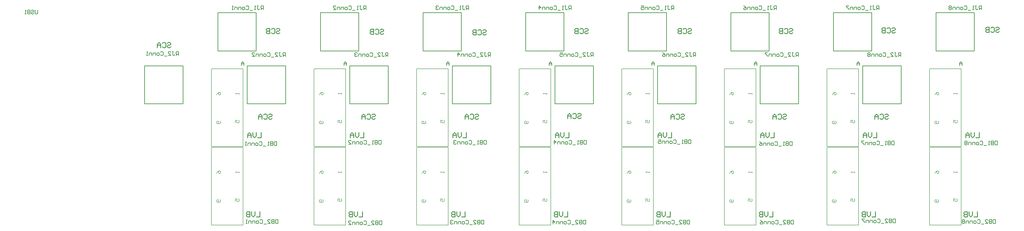
<source format=gbr>
%FSTAX23Y23*%
%MOIN*%
%SFA1B1*%

%IPPOS*%
%ADD29C,0.010000*%
%ADD30C,0.007874*%
%ADD43C,0.011811*%
%ADD44C,0.005905*%
%LNbackplane_legend_bot-1*%
%LPD*%
G54D29*
X15899Y04885D02*
X165D01*
Y04291D02*
Y04885D01*
X15899Y04291D02*
Y04885D01*
Y04291D02*
X165D01*
X143Y04885D02*
X14899D01*
Y04291D02*
Y04885D01*
X143Y04291D02*
Y04885D01*
Y04291D02*
X14899D01*
X12699Y04885D02*
X133D01*
Y04291D02*
Y04885D01*
X12699Y04291D02*
Y04885D01*
Y04291D02*
X133D01*
X111Y04885D02*
X11699D01*
Y04291D02*
Y04885D01*
X111Y04291D02*
Y04885D01*
Y04291D02*
X11699D01*
X095Y04885D02*
X101D01*
Y04291D02*
Y04885D01*
X095Y04291D02*
Y04885D01*
Y04291D02*
X101D01*
X079Y04885D02*
X08499D01*
Y04291D02*
Y04885D01*
X079Y04291D02*
Y04885D01*
Y04291D02*
X08499D01*
X063Y04885D02*
X06899D01*
Y04291D02*
Y04885D01*
X063Y04291D02*
Y04885D01*
Y04291D02*
X06899D01*
X047Y04885D02*
X053D01*
Y04291D02*
Y04885D01*
X047Y04291D02*
Y04885D01*
Y04291D02*
X053D01*
X17044Y0512D02*
Y05719D01*
X17638*
X17044Y0512D02*
X17638D01*
Y05719*
X15444Y0512D02*
Y05719D01*
X16038*
X15444Y0512D02*
X16038D01*
Y05719*
X13844Y0512D02*
Y05719D01*
X14438*
X13844Y0512D02*
X14438D01*
Y05719*
X12244Y0512D02*
Y05719D01*
X12838*
X12244Y0512D02*
X12838D01*
Y05719*
X10644Y0512D02*
Y05719D01*
X11238*
X10644Y0512D02*
X11238D01*
Y05719*
X09044Y0512D02*
Y05719D01*
X09638*
X09044Y0512D02*
X09638D01*
Y05719*
X07444Y0512D02*
Y05719D01*
X08038*
X07444Y0512D02*
X08038D01*
Y05719*
X05844Y0512D02*
Y05719D01*
X06438*
X05844Y0512D02*
X06438D01*
Y05719*
X16494Y05032D02*
Y05091D01*
X16465*
X16455Y05081*
Y05061*
X16465Y05051*
X16494*
X16475D02*
X16455Y05032D01*
X16395Y05091D02*
X16415D01*
X16405*
Y05041*
X16415Y05032*
X16425*
X16435Y05041*
X16335Y05032D02*
X16375D01*
X16335Y05071*
Y05081*
X16345Y05091*
X16365*
X16375Y05081*
X16315Y05022D02*
X16275D01*
X16215Y05081D02*
X16225Y05091D01*
X16245*
X16255Y05081*
Y05041*
X16245Y05032*
X16225*
X16215Y05041*
X16185Y05032D02*
X16165D01*
X16155Y05041*
Y05061*
X16165Y05071*
X16185*
X16195Y05061*
Y05041*
X16185Y05032*
X16135D02*
Y05071D01*
X16105*
X16095Y05061*
Y05032*
X16075D02*
Y05071D01*
X16045*
X16035Y05061*
Y05032*
X16015Y05081D02*
X16005Y05091D01*
X15985*
X15975Y05081*
Y05071*
X15985Y05061*
X15975Y05051*
Y05041*
X15985Y05032*
X16005*
X16015Y05041*
Y05051*
X16005Y05061*
X16015Y05071*
Y05081*
X16005Y05061D02*
X15985D01*
X17754Y05765D02*
Y05824D01*
X17724*
X17714Y05814*
Y05794*
X17724Y05784*
X17754*
X17734D02*
X17714Y05765D01*
X17654Y05824D02*
X17674D01*
X17664*
Y05774*
X17674Y05765*
X17684*
X17694Y05774*
X17634Y05765D02*
X17614D01*
X17624*
Y05824*
X17634Y05814*
X17584Y05755D02*
X17544D01*
X17484Y05814D02*
X17494Y05824D01*
X17514*
X17524Y05814*
Y05774*
X17514Y05765*
X17494*
X17484Y05774*
X17454Y05765D02*
X17434D01*
X17424Y05774*
Y05794*
X17434Y05804*
X17454*
X17464Y05794*
Y05774*
X17454Y05765*
X17404D02*
Y05804D01*
X17374*
X17364Y05794*
Y05765*
X17344D02*
Y05804D01*
X17314*
X17304Y05794*
Y05765*
X17284Y05814D02*
X17274Y05824D01*
X17254*
X17244Y05814*
Y05804*
X17254Y05794*
X17244Y05784*
Y05774*
X17254Y05765*
X17274*
X17284Y05774*
Y05784*
X17274Y05794*
X17284Y05804*
Y05814*
X17274Y05794D02*
X17254D01*
X17969Y02479D02*
Y0242D01*
X1794*
X1793Y02429*
Y02469*
X1794Y02479*
X17969*
X1791D02*
Y0242D01*
X1788*
X1787Y02429*
Y02439*
X1788Y02449*
X1791*
X1788*
X1787Y02459*
Y02469*
X1788Y02479*
X1791*
X1781Y0242D02*
X1785D01*
X1781Y02459*
Y02469*
X1782Y02479*
X1784*
X1785Y02469*
X1779Y0241D02*
X1775D01*
X1769Y02469D02*
X177Y02479D01*
X1772*
X1773Y02469*
Y02429*
X1772Y0242*
X177*
X1769Y02429*
X1766Y0242D02*
X1764D01*
X1763Y02429*
Y02449*
X1764Y02459*
X1766*
X1767Y02449*
Y02429*
X1766Y0242*
X1761D02*
Y02459D01*
X1758*
X1757Y02449*
Y0242*
X1755D02*
Y02459D01*
X1752*
X1751Y02449*
Y0242*
X1749Y02469D02*
X1748Y02479D01*
X1746*
X1745Y02469*
Y02459*
X1746Y02449*
X1745Y02439*
Y02429*
X1746Y0242*
X1748*
X1749Y02429*
Y02439*
X1748Y02449*
X1749Y02459*
Y02469*
X1748Y02449D02*
X1746D01*
X18Y03709D02*
Y0365D01*
X1797*
X1796Y03659*
Y03699*
X1797Y03709*
X18*
X1794D02*
Y0365D01*
X1791*
X179Y03659*
Y03669*
X1791Y03679*
X1794*
X1791*
X179Y03689*
Y03699*
X1791Y03709*
X1794*
X1788Y0365D02*
X1786D01*
X1787*
Y03709*
X1788Y03699*
X1783Y0364D02*
X1779D01*
X1773Y03699D02*
X1774Y03709D01*
X1776*
X1777Y03699*
Y03659*
X1776Y0365*
X1774*
X1773Y03659*
X177Y0365D02*
X1768D01*
X1767Y03659*
Y03679*
X1768Y03689*
X177*
X1771Y03679*
Y03659*
X177Y0365*
X1765D02*
Y03689D01*
X1762*
X1761Y03679*
Y0365*
X1759D02*
Y03689D01*
X1756*
X1755Y03679*
Y0365*
X1753Y03699D02*
X1752Y03709D01*
X175*
X1749Y03699*
Y03689*
X175Y03679*
X1749Y03669*
Y03659*
X175Y0365*
X1752*
X1753Y03659*
Y03669*
X1752Y03679*
X1753Y03689*
Y03699*
X1752Y03679D02*
X175D01*
X14895Y05032D02*
Y05091D01*
X14865*
X14855Y05081*
Y05061*
X14865Y05051*
X14895*
X14875D02*
X14855Y05032D01*
X14795Y05091D02*
X14815D01*
X14805*
Y05041*
X14815Y05032*
X14825*
X14835Y05041*
X14735Y05032D02*
X14775D01*
X14735Y05071*
Y05081*
X14745Y05091*
X14765*
X14775Y05081*
X14715Y05022D02*
X14675D01*
X14615Y05081D02*
X14625Y05091D01*
X14645*
X14655Y05081*
Y05041*
X14645Y05032*
X14625*
X14615Y05041*
X14585Y05032D02*
X14565D01*
X14555Y05041*
Y05061*
X14565Y05071*
X14585*
X14595Y05061*
Y05041*
X14585Y05032*
X14535D02*
Y05071D01*
X14505*
X14495Y05061*
Y05032*
X14475D02*
Y05071D01*
X14445*
X14435Y05061*
Y05032*
X14415Y05091D02*
X14375D01*
Y05081*
X14415Y05041*
Y05032*
X16154Y05765D02*
Y05824D01*
X16124*
X16114Y05814*
Y05794*
X16124Y05784*
X16154*
X16134D02*
X16114Y05765D01*
X16054Y05824D02*
X16074D01*
X16064*
Y05774*
X16074Y05765*
X16084*
X16094Y05774*
X16034Y05765D02*
X16014D01*
X16024*
Y05824*
X16034Y05814*
X15984Y05755D02*
X15944D01*
X15884Y05814D02*
X15894Y05824D01*
X15914*
X15924Y05814*
Y05774*
X15914Y05765*
X15894*
X15884Y05774*
X15854Y05765D02*
X15834D01*
X15824Y05774*
Y05794*
X15834Y05804*
X15854*
X15864Y05794*
Y05774*
X15854Y05765*
X15804D02*
Y05804D01*
X15774*
X15764Y05794*
Y05765*
X15744D02*
Y05804D01*
X15714*
X15704Y05794*
Y05765*
X15684Y05824D02*
X15644D01*
Y05814*
X15684Y05774*
Y05765*
X1641Y02489D02*
Y0243D01*
X1638*
X1637Y02439*
Y02479*
X1638Y02489*
X1641*
X1635D02*
Y0243D01*
X1632*
X1631Y02439*
Y02449*
X1632Y02459*
X1635*
X1632*
X1631Y02469*
Y02479*
X1632Y02489*
X1635*
X1625Y0243D02*
X1629D01*
X1625Y02469*
Y02479*
X1626Y02489*
X1628*
X1629Y02479*
X1623Y0242D02*
X1619D01*
X1613Y02479D02*
X1614Y02489D01*
X1616*
X1617Y02479*
Y02439*
X1616Y0243*
X1614*
X1613Y02439*
X161Y0243D02*
X1608D01*
X1607Y02439*
Y02459*
X1608Y02469*
X161*
X1611Y02459*
Y02439*
X161Y0243*
X1605D02*
Y02469D01*
X1602*
X1601Y02459*
Y0243*
X1599D02*
Y02469D01*
X1596*
X1595Y02459*
Y0243*
X1593Y02489D02*
X1589D01*
Y02479*
X1593Y02439*
Y0243*
X1639Y03709D02*
Y0365D01*
X1636*
X1635Y03659*
Y03699*
X1636Y03709*
X1639*
X1633D02*
Y0365D01*
X163*
X1629Y03659*
Y03669*
X163Y03679*
X1633*
X163*
X1629Y03689*
Y03699*
X163Y03709*
X1633*
X1627Y0365D02*
X1625D01*
X1626*
Y03709*
X1627Y03699*
X1622Y0364D02*
X1618D01*
X1612Y03699D02*
X1613Y03709D01*
X1615*
X1616Y03699*
Y03659*
X1615Y0365*
X1613*
X1612Y03659*
X1609Y0365D02*
X1607D01*
X1606Y03659*
Y03679*
X1607Y03689*
X1609*
X161Y03679*
Y03659*
X1609Y0365*
X1604D02*
Y03689D01*
X1601*
X16Y03679*
Y0365*
X1598D02*
Y03689D01*
X1595*
X1594Y03679*
Y0365*
X1592Y03709D02*
X1588D01*
Y03699*
X1592Y03659*
Y0365*
X13294Y05032D02*
Y05091D01*
X13265*
X13255Y05081*
Y05061*
X13265Y05051*
X13294*
X13275D02*
X13255Y05032D01*
X13195Y05091D02*
X13215D01*
X13205*
Y05041*
X13215Y05032*
X13225*
X13235Y05041*
X13135Y05032D02*
X13175D01*
X13135Y05071*
Y05081*
X13145Y05091*
X13165*
X13175Y05081*
X13115Y05022D02*
X13075D01*
X13015Y05081D02*
X13025Y05091D01*
X13045*
X13055Y05081*
Y05041*
X13045Y05032*
X13025*
X13015Y05041*
X12985Y05032D02*
X12965D01*
X12955Y05041*
Y05061*
X12965Y05071*
X12985*
X12995Y05061*
Y05041*
X12985Y05032*
X12935D02*
Y05071D01*
X12905*
X12895Y05061*
Y05032*
X12875D02*
Y05071D01*
X12845*
X12835Y05061*
Y05032*
X12775Y05091D02*
X12795Y05081D01*
X12815Y05061*
Y05041*
X12805Y05032*
X12785*
X12775Y05041*
Y05051*
X12785Y05061*
X12815*
X14554Y05765D02*
Y05824D01*
X14524*
X14514Y05814*
Y05794*
X14524Y05784*
X14554*
X14534D02*
X14514Y05765D01*
X14454Y05824D02*
X14474D01*
X14464*
Y05774*
X14474Y05765*
X14484*
X14494Y05774*
X14434Y05765D02*
X14414D01*
X14424*
Y05824*
X14434Y05814*
X14384Y05755D02*
X14344D01*
X14284Y05814D02*
X14294Y05824D01*
X14314*
X14324Y05814*
Y05774*
X14314Y05765*
X14294*
X14284Y05774*
X14254Y05765D02*
X14234D01*
X14224Y05774*
Y05794*
X14234Y05804*
X14254*
X14264Y05794*
Y05774*
X14254Y05765*
X14204D02*
Y05804D01*
X14174*
X14164Y05794*
Y05765*
X14144D02*
Y05804D01*
X14114*
X14104Y05794*
Y05765*
X14044Y05824D02*
X14064Y05814D01*
X14084Y05794*
Y05774*
X14074Y05765*
X14054*
X14044Y05774*
Y05784*
X14054Y05794*
X14084*
X1482Y02469D02*
Y0241D01*
X1479*
X1478Y02419*
Y02459*
X1479Y02469*
X1482*
X1476D02*
Y0241D01*
X1473*
X1472Y02419*
Y02429*
X1473Y02439*
X1476*
X1473*
X1472Y02449*
Y02459*
X1473Y02469*
X1476*
X1466Y0241D02*
X147D01*
X1466Y02449*
Y02459*
X1467Y02469*
X1469*
X147Y02459*
X1464Y024D02*
X146D01*
X1454Y02459D02*
X1455Y02469D01*
X1457*
X1458Y02459*
Y02419*
X1457Y0241*
X1455*
X1454Y02419*
X1451Y0241D02*
X1449D01*
X1448Y02419*
Y02439*
X1449Y02449*
X1451*
X1452Y02439*
Y02419*
X1451Y0241*
X1446D02*
Y02449D01*
X1443*
X1442Y02439*
Y0241*
X144D02*
Y02449D01*
X1437*
X1436Y02439*
Y0241*
X143Y02469D02*
X1432Y02459D01*
X1434Y02439*
Y02419*
X1433Y0241*
X1431*
X143Y02419*
Y02429*
X1431Y02439*
X1434*
X148Y03699D02*
Y0364D01*
X1477*
X1476Y03649*
Y03689*
X1477Y03699*
X148*
X1474D02*
Y0364D01*
X1471*
X147Y03649*
Y03659*
X1471Y03669*
X1474*
X1471*
X147Y03679*
Y03689*
X1471Y03699*
X1474*
X1468Y0364D02*
X1466D01*
X1467*
Y03699*
X1468Y03689*
X1463Y0363D02*
X1459D01*
X1453Y03689D02*
X1454Y03699D01*
X1456*
X1457Y03689*
Y03649*
X1456Y0364*
X1454*
X1453Y03649*
X145Y0364D02*
X1448D01*
X1447Y03649*
Y03669*
X1448Y03679*
X145*
X1451Y03669*
Y03649*
X145Y0364*
X1445D02*
Y03679D01*
X1442*
X1441Y03669*
Y0364*
X1439D02*
Y03679D01*
X1436*
X1435Y03669*
Y0364*
X1429Y03699D02*
X1431Y03689D01*
X1433Y03669*
Y03649*
X1432Y0364*
X143*
X1429Y03649*
Y03659*
X143Y03669*
X1433*
X11695Y05032D02*
Y05091D01*
X11665*
X11655Y05081*
Y05061*
X11665Y05051*
X11695*
X11675D02*
X11655Y05032D01*
X11595Y05091D02*
X11615D01*
X11605*
Y05041*
X11615Y05032*
X11625*
X11635Y05041*
X11535Y05032D02*
X11575D01*
X11535Y05071*
Y05081*
X11545Y05091*
X11565*
X11575Y05081*
X11515Y05022D02*
X11475D01*
X11415Y05081D02*
X11425Y05091D01*
X11445*
X11455Y05081*
Y05041*
X11445Y05032*
X11425*
X11415Y05041*
X11385Y05032D02*
X11365D01*
X11355Y05041*
Y05061*
X11365Y05071*
X11385*
X11395Y05061*
Y05041*
X11385Y05032*
X11335D02*
Y05071D01*
X11305*
X11295Y05061*
Y05032*
X11275D02*
Y05071D01*
X11245*
X11235Y05061*
Y05032*
X11175Y05091D02*
X11215D01*
Y05061*
X11195Y05071*
X11185*
X11175Y05061*
Y05041*
X11185Y05032*
X11205*
X11215Y05041*
X12953Y05765D02*
Y05824D01*
X12924*
X12914Y05814*
Y05794*
X12924Y05784*
X12953*
X12934D02*
X12914Y05765D01*
X12854Y05824D02*
X12874D01*
X12864*
Y05774*
X12874Y05765*
X12884*
X12894Y05774*
X12834Y05765D02*
X12814D01*
X12824*
Y05824*
X12834Y05814*
X12784Y05755D02*
X12744D01*
X12684Y05814D02*
X12694Y05824D01*
X12714*
X12724Y05814*
Y05774*
X12714Y05765*
X12694*
X12684Y05774*
X12654Y05765D02*
X12634D01*
X12624Y05774*
Y05794*
X12634Y05804*
X12654*
X12664Y05794*
Y05774*
X12654Y05765*
X12604D02*
Y05804D01*
X12574*
X12564Y05794*
Y05765*
X12544D02*
Y05804D01*
X12514*
X12504Y05794*
Y05765*
X12444Y05824D02*
X12484D01*
Y05794*
X12464Y05804*
X12454*
X12444Y05794*
Y05774*
X12454Y05765*
X12474*
X12484Y05774*
X132Y02469D02*
Y0241D01*
X1317*
X1316Y02419*
Y02459*
X1317Y02469*
X132*
X1314D02*
Y0241D01*
X1311*
X131Y02419*
Y02429*
X1311Y02439*
X1314*
X1311*
X131Y02449*
Y02459*
X1311Y02469*
X1314*
X1304Y0241D02*
X1308D01*
X1304Y02449*
Y02459*
X1305Y02469*
X1307*
X1308Y02459*
X1302Y024D02*
X1298D01*
X1292Y02459D02*
X1293Y02469D01*
X1295*
X1296Y02459*
Y02419*
X1295Y0241*
X1293*
X1292Y02419*
X1289Y0241D02*
X1287D01*
X1286Y02419*
Y02439*
X1287Y02449*
X1289*
X129Y02439*
Y02419*
X1289Y0241*
X1284D02*
Y02449D01*
X1281*
X128Y02439*
Y0241*
X1278D02*
Y02449D01*
X1275*
X1274Y02439*
Y0241*
X1268Y02469D02*
X1272D01*
Y02439*
X127Y02449*
X1269*
X1268Y02439*
Y02419*
X1269Y0241*
X1271*
X1272Y02419*
X13219Y03729D02*
Y0367D01*
X1319*
X1318Y03679*
Y03719*
X1319Y03729*
X13219*
X1316D02*
Y0367D01*
X1313*
X1312Y03679*
Y03689*
X1313Y03699*
X1316*
X1313*
X1312Y03709*
Y03719*
X1313Y03729*
X1316*
X131Y0367D02*
X1308D01*
X1309*
Y03729*
X131Y03719*
X1305Y0366D02*
X1301D01*
X1295Y03719D02*
X1296Y03729D01*
X1298*
X1299Y03719*
Y03679*
X1298Y0367*
X1296*
X1295Y03679*
X1292Y0367D02*
X129D01*
X1289Y03679*
Y03699*
X129Y03709*
X1292*
X1293Y03699*
Y03679*
X1292Y0367*
X1287D02*
Y03709D01*
X1284*
X1283Y03699*
Y0367*
X1281D02*
Y03709D01*
X1278*
X1277Y03699*
Y0367*
X1271Y03729D02*
X1275D01*
Y03699*
X1273Y03709*
X1272*
X1271Y03699*
Y03679*
X1272Y0367*
X1274*
X1275Y03679*
X10094Y05032D02*
Y05091D01*
X10065*
X10055Y05081*
Y05061*
X10065Y05051*
X10094*
X10075D02*
X10055Y05032D01*
X09995Y05091D02*
X10015D01*
X10005*
Y05041*
X10015Y05032*
X10025*
X10035Y05041*
X09935Y05032D02*
X09975D01*
X09935Y05071*
Y05081*
X09945Y05091*
X09965*
X09975Y05081*
X09915Y05022D02*
X09875D01*
X09815Y05081D02*
X09825Y05091D01*
X09845*
X09855Y05081*
Y05041*
X09845Y05032*
X09825*
X09815Y05041*
X09785Y05032D02*
X09765D01*
X09755Y05041*
Y05061*
X09765Y05071*
X09785*
X09795Y05061*
Y05041*
X09785Y05032*
X09735D02*
Y05071D01*
X09705*
X09695Y05061*
Y05032*
X09675D02*
Y05071D01*
X09645*
X09635Y05061*
Y05032*
X09585D02*
Y05091D01*
X09615Y05061*
X09575*
X11354Y05765D02*
Y05824D01*
X11324*
X11314Y05814*
Y05794*
X11324Y05784*
X11354*
X11334D02*
X11314Y05765D01*
X11254Y05824D02*
X11274D01*
X11264*
Y05774*
X11274Y05765*
X11284*
X11294Y05774*
X11234Y05765D02*
X11214D01*
X11224*
Y05824*
X11234Y05814*
X11184Y05755D02*
X11144D01*
X11084Y05814D02*
X11094Y05824D01*
X11114*
X11124Y05814*
Y05774*
X11114Y05765*
X11094*
X11084Y05774*
X11054Y05765D02*
X11034D01*
X11024Y05774*
Y05794*
X11034Y05804*
X11054*
X11064Y05794*
Y05774*
X11054Y05765*
X11004D02*
Y05804D01*
X10974*
X10964Y05794*
Y05765*
X10944D02*
Y05804D01*
X10914*
X10904Y05794*
Y05765*
X10854D02*
Y05824D01*
X10884Y05794*
X10844*
X11579Y02469D02*
Y0241D01*
X1155*
X1154Y02419*
Y02459*
X1155Y02469*
X11579*
X1152D02*
Y0241D01*
X1149*
X1148Y02419*
Y02429*
X1149Y02439*
X1152*
X1149*
X1148Y02449*
Y02459*
X1149Y02469*
X1152*
X1142Y0241D02*
X1146D01*
X1142Y02449*
Y02459*
X1143Y02469*
X1145*
X1146Y02459*
X114Y024D02*
X1136D01*
X113Y02459D02*
X1131Y02469D01*
X1133*
X1134Y02459*
Y02419*
X1133Y0241*
X1131*
X113Y02419*
X1127Y0241D02*
X1125D01*
X1124Y02419*
Y02439*
X1125Y02449*
X1127*
X1128Y02439*
Y02419*
X1127Y0241*
X1122D02*
Y02449D01*
X1119*
X1118Y02439*
Y0241*
X1116D02*
Y02449D01*
X1113*
X1112Y02439*
Y0241*
X1107D02*
Y02469D01*
X111Y02439*
X1106*
X11589Y03719D02*
Y0366D01*
X1156*
X1155Y03669*
Y03709*
X1156Y03719*
X11589*
X1153D02*
Y0366D01*
X115*
X1149Y03669*
Y03679*
X115Y03689*
X1153*
X115*
X1149Y03699*
Y03709*
X115Y03719*
X1153*
X1147Y0366D02*
X1145D01*
X1146*
Y03719*
X1147Y03709*
X1142Y0365D02*
X1138D01*
X1132Y03709D02*
X1133Y03719D01*
X1135*
X1136Y03709*
Y03669*
X1135Y0366*
X1133*
X1132Y03669*
X1129Y0366D02*
X1127D01*
X1126Y03669*
Y03689*
X1127Y03699*
X1129*
X113Y03689*
Y03669*
X1129Y0366*
X1124D02*
Y03699D01*
X1121*
X112Y03689*
Y0366*
X1118D02*
Y03699D01*
X1115*
X1114Y03689*
Y0366*
X1109D02*
Y03719D01*
X1112Y03689*
X1108*
X08494Y05032D02*
Y05091D01*
X08465*
X08455Y05081*
Y05061*
X08465Y05051*
X08494*
X08475D02*
X08455Y05032D01*
X08395Y05091D02*
X08415D01*
X08405*
Y05041*
X08415Y05032*
X08425*
X08435Y05041*
X08335Y05032D02*
X08375D01*
X08335Y05071*
Y05081*
X08345Y05091*
X08365*
X08375Y05081*
X08315Y05022D02*
X08275D01*
X08215Y05081D02*
X08225Y05091D01*
X08245*
X08255Y05081*
Y05041*
X08245Y05032*
X08225*
X08215Y05041*
X08185Y05032D02*
X08165D01*
X08155Y05041*
Y05061*
X08165Y05071*
X08185*
X08195Y05061*
Y05041*
X08185Y05032*
X08135D02*
Y05071D01*
X08105*
X08095Y05061*
Y05032*
X08075D02*
Y05071D01*
X08045*
X08035Y05061*
Y05032*
X08015Y05081D02*
X08005Y05091D01*
X07985*
X07975Y05081*
Y05071*
X07985Y05061*
X07995*
X07985*
X07975Y05051*
Y05041*
X07985Y05032*
X08005*
X08015Y05041*
X09754Y05765D02*
Y05824D01*
X09724*
X09714Y05814*
Y05794*
X09724Y05784*
X09754*
X09734D02*
X09714Y05765D01*
X09654Y05824D02*
X09674D01*
X09664*
Y05774*
X09674Y05765*
X09684*
X09694Y05774*
X09634Y05765D02*
X09614D01*
X09624*
Y05824*
X09634Y05814*
X09584Y05755D02*
X09544D01*
X09484Y05814D02*
X09494Y05824D01*
X09514*
X09524Y05814*
Y05774*
X09514Y05765*
X09494*
X09484Y05774*
X09454Y05765D02*
X09434D01*
X09424Y05774*
Y05794*
X09434Y05804*
X09454*
X09464Y05794*
Y05774*
X09454Y05765*
X09404D02*
Y05804D01*
X09374*
X09364Y05794*
Y05765*
X09344D02*
Y05804D01*
X09314*
X09304Y05794*
Y05765*
X09284Y05814D02*
X09274Y05824D01*
X09254*
X09244Y05814*
Y05804*
X09254Y05794*
X09264*
X09254*
X09244Y05784*
Y05774*
X09254Y05765*
X09274*
X09284Y05774*
X0999Y02469D02*
Y0241D01*
X0996*
X0995Y02419*
Y02459*
X0996Y02469*
X0999*
X0993D02*
Y0241D01*
X099*
X0989Y02419*
Y02429*
X099Y02439*
X0993*
X099*
X0989Y02449*
Y02459*
X099Y02469*
X0993*
X0983Y0241D02*
X0987D01*
X0983Y02449*
Y02459*
X0984Y02469*
X0986*
X0987Y02459*
X0981Y024D02*
X0977D01*
X0971Y02459D02*
X0972Y02469D01*
X0974*
X0975Y02459*
Y02419*
X0974Y0241*
X0972*
X0971Y02419*
X0968Y0241D02*
X0966D01*
X0965Y02419*
Y02439*
X0966Y02449*
X0968*
X0969Y02439*
Y02419*
X0968Y0241*
X0963D02*
Y02449D01*
X096*
X0959Y02439*
Y0241*
X0957D02*
Y02449D01*
X0954*
X0953Y02439*
Y0241*
X0951Y02459D02*
X095Y02469D01*
X0948*
X0947Y02459*
Y02449*
X0948Y02439*
X0949*
X0948*
X0947Y02429*
Y02419*
X0948Y0241*
X095*
X0951Y02419*
X10029Y03719D02*
Y0366D01*
X1*
X0999Y03669*
Y03709*
X1Y03719*
X10029*
X0997D02*
Y0366D01*
X0994*
X0993Y03669*
Y03679*
X0994Y03689*
X0997*
X0994*
X0993Y03699*
Y03709*
X0994Y03719*
X0997*
X0991Y0366D02*
X0989D01*
X099*
Y03719*
X0991Y03709*
X0986Y0365D02*
X0982D01*
X0976Y03709D02*
X0977Y03719D01*
X0979*
X098Y03709*
Y03669*
X0979Y0366*
X0977*
X0976Y03669*
X0973Y0366D02*
X0971D01*
X097Y03669*
Y03689*
X0971Y03699*
X0973*
X0974Y03689*
Y03669*
X0973Y0366*
X0968D02*
Y03699D01*
X0965*
X0964Y03689*
Y0366*
X0962D02*
Y03699D01*
X0959*
X0958Y03689*
Y0366*
X0956Y03709D02*
X0955Y03719D01*
X0953*
X0952Y03709*
Y03699*
X0953Y03689*
X0954*
X0953*
X0952Y03679*
Y03669*
X0953Y0366*
X0955*
X0956Y03669*
X06895Y05032D02*
Y05091D01*
X06865*
X06855Y05081*
Y05061*
X06865Y05051*
X06895*
X06875D02*
X06855Y05032D01*
X06795Y05091D02*
X06815D01*
X06805*
Y05041*
X06815Y05032*
X06825*
X06835Y05041*
X06735Y05032D02*
X06775D01*
X06735Y05071*
Y05081*
X06745Y05091*
X06765*
X06775Y05081*
X06715Y05022D02*
X06675D01*
X06615Y05081D02*
X06625Y05091D01*
X06645*
X06655Y05081*
Y05041*
X06645Y05032*
X06625*
X06615Y05041*
X06585Y05032D02*
X06565D01*
X06555Y05041*
Y05061*
X06565Y05071*
X06585*
X06595Y05061*
Y05041*
X06585Y05032*
X06535D02*
Y05071D01*
X06505*
X06495Y05061*
Y05032*
X06475D02*
Y05071D01*
X06445*
X06435Y05061*
Y05032*
X06375D02*
X06415D01*
X06375Y05071*
Y05081*
X06385Y05091*
X06405*
X06415Y05081*
X08154Y05765D02*
Y05824D01*
X08124*
X08114Y05814*
Y05794*
X08124Y05784*
X08154*
X08134D02*
X08114Y05765D01*
X08054Y05824D02*
X08074D01*
X08064*
Y05774*
X08074Y05765*
X08084*
X08094Y05774*
X08034Y05765D02*
X08014D01*
X08024*
Y05824*
X08034Y05814*
X07984Y05755D02*
X07944D01*
X07884Y05814D02*
X07894Y05824D01*
X07914*
X07924Y05814*
Y05774*
X07914Y05765*
X07894*
X07884Y05774*
X07854Y05765D02*
X07834D01*
X07824Y05774*
Y05794*
X07834Y05804*
X07854*
X07864Y05794*
Y05774*
X07854Y05765*
X07804D02*
Y05804D01*
X07774*
X07764Y05794*
Y05765*
X07744D02*
Y05804D01*
X07714*
X07704Y05794*
Y05765*
X07644D02*
X07684D01*
X07644Y05804*
Y05814*
X07654Y05824*
X07674*
X07684Y05814*
X084Y02459D02*
Y024D01*
X0837*
X0836Y02409*
Y02449*
X0837Y02459*
X084*
X0834D02*
Y024D01*
X0831*
X083Y02409*
Y02419*
X0831Y02429*
X0834*
X0831*
X083Y02439*
Y02449*
X0831Y02459*
X0834*
X0824Y024D02*
X0828D01*
X0824Y02439*
Y02449*
X0825Y02459*
X0827*
X0828Y02449*
X0822Y0239D02*
X0818D01*
X0812Y02449D02*
X0813Y02459D01*
X0815*
X0816Y02449*
Y02409*
X0815Y024*
X0813*
X0812Y02409*
X0809Y024D02*
X0807D01*
X0806Y02409*
Y02429*
X0807Y02439*
X0809*
X081Y02429*
Y02409*
X0809Y024*
X0804D02*
Y02439D01*
X0801*
X08Y02429*
Y024*
X0798D02*
Y02439D01*
X0795*
X0794Y02429*
Y024*
X0788D02*
X0792D01*
X0788Y02439*
Y02449*
X0789Y02459*
X0791*
X0792Y02449*
X0839Y03719D02*
Y0366D01*
X0836*
X0835Y03669*
Y03709*
X0836Y03719*
X0839*
X0833D02*
Y0366D01*
X083*
X0829Y03669*
Y03679*
X083Y03689*
X0833*
X083*
X0829Y03699*
Y03709*
X083Y03719*
X0833*
X0827Y0366D02*
X0825D01*
X0826*
Y03719*
X0827Y03709*
X0822Y0365D02*
X0818D01*
X0812Y03709D02*
X0813Y03719D01*
X0815*
X0816Y03709*
Y03669*
X0815Y0366*
X0813*
X0812Y03669*
X0809Y0366D02*
X0807D01*
X0806Y03669*
Y03689*
X0807Y03699*
X0809*
X081Y03689*
Y03669*
X0809Y0366*
X0804D02*
Y03699D01*
X0801*
X08Y03689*
Y0366*
X0798D02*
Y03699D01*
X0795*
X0794Y03689*
Y0366*
X0788D02*
X0792D01*
X0788Y03699*
Y03709*
X0789Y03719*
X0791*
X0792Y03709*
X03031Y05759D02*
Y05709D01*
X03021Y057*
X03001*
X02991Y05709*
Y05759*
X02931Y05749D02*
X02941Y05759D01*
X02961*
X02971Y05749*
Y05739*
X02961Y05729*
X02941*
X02931Y05719*
Y05709*
X02941Y057*
X02961*
X02971Y05709*
X02911Y05759D02*
Y057D01*
X02881*
X02871Y05709*
Y05719*
X02881Y05729*
X02911*
X02881*
X02871Y05739*
Y05749*
X02881Y05759*
X02911*
X02851Y057D02*
X02831D01*
X02841*
Y05759*
X02851Y05749*
X06759Y03699D02*
Y0364D01*
X0673*
X0672Y03649*
Y03689*
X0673Y03699*
X06759*
X067D02*
Y0364D01*
X0667*
X0666Y03649*
Y03659*
X0667Y03669*
X067*
X0667*
X0666Y03679*
Y03689*
X0667Y03699*
X067*
X0664Y0364D02*
X0662D01*
X0663*
Y03699*
X0664Y03689*
X0659Y0363D02*
X0655D01*
X0649Y03689D02*
X065Y03699D01*
X0652*
X0653Y03689*
Y03649*
X0652Y0364*
X065*
X0649Y03649*
X0646Y0364D02*
X0644D01*
X0643Y03649*
Y03669*
X0644Y03679*
X0646*
X0647Y03669*
Y03649*
X0646Y0364*
X0641D02*
Y03679D01*
X0638*
X0637Y03669*
Y0364*
X0635D02*
Y03679D01*
X0632*
X0631Y03669*
Y0364*
X0629D02*
X0627D01*
X0628*
Y03699*
X0629Y03689*
X0678Y02479D02*
Y0242D01*
X0675*
X0674Y02429*
Y02469*
X0675Y02479*
X0678*
X0672D02*
Y0242D01*
X0669*
X0668Y02429*
Y02439*
X0669Y02449*
X0672*
X0669*
X0668Y02459*
Y02469*
X0669Y02479*
X0672*
X0662Y0242D02*
X0666D01*
X0662Y02459*
Y02469*
X0663Y02479*
X0665*
X0666Y02469*
X066Y0241D02*
X0656D01*
X065Y02469D02*
X0651Y02479D01*
X0653*
X0654Y02469*
Y02429*
X0653Y0242*
X0651*
X065Y02429*
X0647Y0242D02*
X0645D01*
X0644Y02429*
Y02449*
X0645Y02459*
X0647*
X0648Y02449*
Y02429*
X0647Y0242*
X0642D02*
Y02459D01*
X0639*
X0638Y02449*
Y0242*
X0636D02*
Y02459D01*
X0633*
X0632Y02449*
Y0242*
X063D02*
X0628D01*
X0629*
Y02479*
X063Y02469*
X06554Y05765D02*
Y05824D01*
X06524*
X06514Y05814*
Y05794*
X06524Y05784*
X06554*
X06534D02*
X06514Y05765D01*
X06454Y05824D02*
X06474D01*
X06464*
Y05774*
X06474Y05765*
X06484*
X06494Y05774*
X06434Y05765D02*
X06414D01*
X06424*
Y05824*
X06434Y05814*
X06384Y05755D02*
X06344D01*
X06284Y05814D02*
X06294Y05824D01*
X06314*
X06324Y05814*
Y05774*
X06314Y05765*
X06294*
X06284Y05774*
X06254Y05765D02*
X06234D01*
X06224Y05774*
Y05794*
X06234Y05804*
X06254*
X06264Y05794*
Y05774*
X06254Y05765*
X06204D02*
Y05804D01*
X06174*
X06164Y05794*
Y05765*
X06144D02*
Y05804D01*
X06114*
X06104Y05794*
Y05765*
X06084D02*
X06064D01*
X06074*
Y05824*
X06084Y05814*
X0523Y0505D02*
Y05109D01*
X052*
X0519Y05099*
Y05079*
X052Y05069*
X0523*
X0521D02*
X0519Y0505D01*
X0513Y05109D02*
X0515D01*
X0514*
Y05059*
X0515Y0505*
X0516*
X0517Y05059*
X0507Y0505D02*
X0511D01*
X0507Y05089*
Y05099*
X0508Y05109*
X051*
X0511Y05099*
X0505Y0504D02*
X0501D01*
X0495Y05099D02*
X0496Y05109D01*
X0498*
X0499Y05099*
Y05059*
X0498Y0505*
X0496*
X0495Y05059*
X0492Y0505D02*
X049D01*
X0489Y05059*
Y05079*
X049Y05089*
X0492*
X0493Y05079*
Y05059*
X0492Y0505*
X0487D02*
Y05089D01*
X0484*
X0483Y05079*
Y0505*
X0481D02*
Y05089D01*
X0478*
X0477Y05079*
Y0505*
X0475D02*
X0473D01*
X0474*
Y05109*
X0475Y05099*
X17409Y0489D02*
Y04929D01*
X17429Y04949*
X17449Y04929*
Y0489*
Y04919*
X17409*
X1581Y0489D02*
Y04929D01*
X15829Y04949*
X15849Y04929*
Y0489*
Y04919*
X1581*
X14209Y0489D02*
Y04929D01*
X14229Y04949*
X14249Y04929*
Y0489*
Y04919*
X14209*
X1261Y0489D02*
Y04929D01*
X12629Y04949*
X12649Y04929*
Y0489*
Y04919*
X1261*
X11009Y0489D02*
Y04929D01*
X11029Y04949*
X11049Y04929*
Y0489*
Y04919*
X11009*
X0941Y0489D02*
Y04929D01*
X09429Y04949*
X09449Y04929*
Y0489*
Y04919*
X0941*
X07809Y0489D02*
Y04929D01*
X07829Y04949*
X07849Y04929*
Y0489*
Y04919*
X07809*
X06209Y0489D02*
Y04929D01*
X06229Y04949*
X06249Y04929*
Y0489*
Y04919*
X06209*
G54D30*
X06235Y02395D02*
Y03608D01*
X05748D02*
X06235D01*
X05743Y03603D02*
X05748Y03608D01*
X05743Y02393D02*
Y03603D01*
X05748Y02393D02*
X06235D01*
Y03625D02*
Y04838D01*
X05748D02*
X06235D01*
X05743Y04833D02*
X05748Y04838D01*
X05743Y03623D02*
Y04833D01*
X05748Y03623D02*
X06235D01*
X07835Y02395D02*
Y03608D01*
X07348D02*
X07835D01*
X07343Y03603D02*
X07348Y03608D01*
X07343Y02393D02*
Y03603D01*
X07348Y02393D02*
X07835D01*
X09435Y02395D02*
Y03608D01*
X08948D02*
X09435D01*
X08943Y03603D02*
X08948Y03608D01*
X08943Y02393D02*
Y03603D01*
X08948Y02393D02*
X09435D01*
X11035Y02395D02*
Y03608D01*
X10547D02*
X11035D01*
X10543Y03603D02*
X10547Y03608D01*
X10543Y02393D02*
Y03603D01*
X10547Y02393D02*
X11035D01*
X12636Y02395D02*
Y03608D01*
X12148D02*
X12636D01*
X12143Y03603D02*
X12148Y03608D01*
X12143Y02393D02*
Y03603D01*
X12148Y02393D02*
X12636D01*
X14235Y02395D02*
Y03608D01*
X13747D02*
X14235D01*
X13743Y03603D02*
X13747Y03608D01*
X13743Y02393D02*
Y03603D01*
X13747Y02393D02*
X14235D01*
X15836Y02395D02*
Y03608D01*
X15348D02*
X15836D01*
X15343Y03603D02*
X15348Y03608D01*
X15343Y02393D02*
Y03603D01*
X15348Y02393D02*
X15836D01*
X17435Y02395D02*
Y03608D01*
X16947D02*
X17435D01*
X16943Y03603D02*
X16947Y03608D01*
X16943Y02393D02*
Y03603D01*
X16947Y02393D02*
X17435D01*
Y03625D02*
Y04838D01*
X16947D02*
X17435D01*
X16943Y04833D02*
X16947Y04838D01*
X16943Y03623D02*
Y04833D01*
X16947Y03623D02*
X17435D01*
X15836Y03625D02*
Y04838D01*
X15348D02*
X15836D01*
X15343Y04833D02*
X15348Y04838D01*
X15343Y03623D02*
Y04833D01*
X15348Y03623D02*
X15836D01*
X14235Y03625D02*
Y04838D01*
X13747D02*
X14235D01*
X13743Y04833D02*
X13747Y04838D01*
X13743Y03623D02*
Y04833D01*
X13747Y03623D02*
X14235D01*
X12636Y03625D02*
Y04838D01*
X12148D02*
X12636D01*
X12143Y04833D02*
X12148Y04838D01*
X12143Y03623D02*
Y04833D01*
X12148Y03623D02*
X12636D01*
X11035Y03625D02*
Y04838D01*
X10547D02*
X11035D01*
X10543Y04833D02*
X10547Y04838D01*
X10543Y03623D02*
Y04833D01*
X10547Y03623D02*
X11035D01*
X09435Y03625D02*
Y04838D01*
X08948D02*
X09435D01*
X08943Y04833D02*
X08948Y04838D01*
X08943Y03623D02*
Y04833D01*
X08948Y03623D02*
X09435D01*
X07835Y03625D02*
Y04838D01*
X07348D02*
X07835D01*
X07343Y04833D02*
X07348Y04838D01*
X07343Y03623D02*
Y04833D01*
X07348Y03623D02*
X07835D01*
G54D43*
X1772Y03838D02*
Y0376D01*
X17667*
X17641Y03838D02*
Y03786D01*
X17615Y0376*
X17588Y03786*
Y03838*
X17562Y0376D02*
Y03812D01*
X17536Y03838*
X1751Y03812*
Y0376*
Y03799*
X17562*
X1612Y03838D02*
Y0376D01*
X16067*
X16041Y03838D02*
Y03786D01*
X16015Y0376*
X15988Y03786*
Y03838*
X15962Y0376D02*
Y03812D01*
X15936Y03838*
X1591Y03812*
Y0376*
Y03799*
X15962*
X1452Y03838D02*
Y0376D01*
X14467*
X14441Y03838D02*
Y03786D01*
X14415Y0376*
X14388Y03786*
Y03838*
X14362Y0376D02*
Y03812D01*
X14336Y03838*
X1431Y03812*
Y0376*
Y03799*
X14362*
X1292Y03838D02*
Y0376D01*
X12867*
X12841Y03838D02*
Y03786D01*
X12815Y0376*
X12788Y03786*
Y03838*
X12762Y0376D02*
Y03812D01*
X12736Y03838*
X1271Y03812*
Y0376*
Y03799*
X12762*
X1132Y03838D02*
Y0376D01*
X11267*
X11241Y03838D02*
Y03786D01*
X11215Y0376*
X11188Y03786*
Y03838*
X11162Y0376D02*
Y03812D01*
X11136Y03838*
X1111Y03812*
Y0376*
Y03799*
X11162*
X0972Y03838D02*
Y0376D01*
X09667*
X09641Y03838D02*
Y03786D01*
X09615Y0376*
X09588Y03786*
Y03838*
X09562Y0376D02*
Y03812D01*
X09536Y03838*
X0951Y03812*
Y0376*
Y03799*
X09562*
X0812Y03838D02*
Y0376D01*
X08067*
X08041Y03838D02*
Y03786D01*
X08015Y0376*
X07988Y03786*
Y03838*
X07962Y0376D02*
Y03812D01*
X07936Y03838*
X0791Y03812*
Y0376*
Y03799*
X07962*
X0652Y03838D02*
Y0376D01*
X06467*
X06441Y03838D02*
Y03786D01*
X06415Y0376*
X06388Y03786*
Y03838*
X06362Y0376D02*
Y03812D01*
X06336Y03838*
X0631Y03812*
Y0376*
Y03799*
X06362*
X17689Y02598D02*
Y0252D01*
X17637*
X17611Y02598D02*
Y02546D01*
X17585Y0252*
X17558Y02546*
Y02598*
X17532D02*
Y0252D01*
X17493*
X1748Y02533*
Y02546*
X17493Y02559*
X17532*
X17493*
X1748Y02572*
Y02585*
X17493Y02598*
X17532*
X161D02*
Y0252D01*
X16047*
X16021Y02598D02*
Y02546D01*
X15995Y0252*
X15968Y02546*
Y02598*
X15942D02*
Y0252D01*
X15903*
X1589Y02533*
Y02546*
X15903Y02559*
X15942*
X15903*
X1589Y02572*
Y02585*
X15903Y02598*
X15942*
X14499D02*
Y0252D01*
X14447*
X14421Y02598D02*
Y02546D01*
X14395Y0252*
X14368Y02546*
Y02598*
X14342D02*
Y0252D01*
X14303*
X1429Y02533*
Y02546*
X14303Y02559*
X14342*
X14303*
X1429Y02572*
Y02585*
X14303Y02598*
X14342*
X129D02*
Y0252D01*
X12847*
X12821Y02598D02*
Y02546D01*
X12795Y0252*
X12768Y02546*
Y02598*
X12742D02*
Y0252D01*
X12703*
X1269Y02533*
Y02546*
X12703Y02559*
X12742*
X12703*
X1269Y02572*
Y02585*
X12703Y02598*
X12742*
X11299D02*
Y0252D01*
X11247*
X11221Y02598D02*
Y02546D01*
X11195Y0252*
X11168Y02546*
Y02598*
X11142D02*
Y0252D01*
X11103*
X1109Y02533*
Y02546*
X11103Y02559*
X11142*
X11103*
X1109Y02572*
Y02585*
X11103Y02598*
X11142*
X097D02*
Y0252D01*
X09647*
X09621Y02598D02*
Y02546D01*
X09595Y0252*
X09568Y02546*
Y02598*
X09542D02*
Y0252D01*
X09503*
X0949Y02533*
Y02546*
X09503Y02559*
X09542*
X09503*
X0949Y02572*
Y02585*
X09503Y02598*
X09542*
X081D02*
Y0252D01*
X08047*
X08021Y02598D02*
Y02546D01*
X07995Y0252*
X07968Y02546*
Y02598*
X07942D02*
Y0252D01*
X07903*
X0789Y02533*
Y02546*
X07903Y02559*
X07942*
X07903*
X0789Y02572*
Y02585*
X07903Y02598*
X07942*
X065D02*
Y0252D01*
X06447*
X06421Y02598D02*
Y02546D01*
X06395Y0252*
X06368Y02546*
Y02598*
X06342D02*
Y0252D01*
X06303*
X0629Y02533*
Y02546*
X06303Y02559*
X06342*
X06303*
X0629Y02572*
Y02585*
X06303Y02598*
X06342*
X06757Y05455D02*
X0677Y05468D01*
X06796*
X0681Y05455*
Y05442*
X06796Y05429*
X0677*
X06757Y05416*
Y05403*
X0677Y0539*
X06796*
X0681Y05403*
X06678Y05455D02*
X06691Y05468D01*
X06718*
X06731Y05455*
Y05403*
X06718Y0539*
X06691*
X06678Y05403*
X06652Y05468D02*
Y0539D01*
X06613*
X066Y05403*
Y05416*
X06613Y05429*
X06652*
X06613*
X066Y05442*
Y05455*
X06613Y05468*
X06652*
X08377Y05445D02*
X0839Y05458D01*
X08416*
X08429Y05445*
Y05432*
X08416Y05419*
X0839*
X08377Y05406*
Y05393*
X0839Y05379*
X08416*
X08429Y05393*
X08298Y05445D02*
X08311Y05458D01*
X08338*
X08351Y05445*
Y05393*
X08338Y05379*
X08311*
X08298Y05393*
X08272Y05458D02*
Y05379D01*
X08233*
X0822Y05393*
Y05406*
X08233Y05419*
X08272*
X08233*
X0822Y05432*
Y05445*
X08233Y05458*
X08272*
X09977Y05435D02*
X0999Y05448D01*
X10016*
X10029Y05435*
Y05422*
X10016Y05409*
X0999*
X09977Y05396*
Y05383*
X0999Y05369*
X10016*
X10029Y05383*
X09898Y05435D02*
X09911Y05448D01*
X09938*
X09951Y05435*
Y05383*
X09938Y05369*
X09911*
X09898Y05383*
X09872Y05448D02*
Y05369D01*
X09833*
X0982Y05383*
Y05396*
X09833Y05409*
X09872*
X09833*
X0982Y05422*
Y05435*
X09833Y05448*
X09872*
X11567Y05455D02*
X1158Y05468D01*
X11606*
X1162Y05455*
Y05442*
X11606Y05429*
X1158*
X11567Y05416*
Y05403*
X1158Y0539*
X11606*
X1162Y05403*
X11488Y05455D02*
X11501Y05468D01*
X11528*
X11541Y05455*
Y05403*
X11528Y0539*
X11501*
X11488Y05403*
X11462Y05468D02*
Y0539D01*
X11423*
X1141Y05403*
Y05416*
X11423Y05429*
X11462*
X11423*
X1141Y05442*
Y05455*
X11423Y05468*
X11462*
X13177Y05455D02*
X1319Y05468D01*
X13216*
X13229Y05455*
Y05442*
X13216Y05429*
X1319*
X13177Y05416*
Y05403*
X1319Y0539*
X13216*
X13229Y05403*
X13098Y05455D02*
X13111Y05468D01*
X13138*
X13151Y05455*
Y05403*
X13138Y0539*
X13111*
X13098Y05403*
X13072Y05468D02*
Y0539D01*
X13033*
X1302Y05403*
Y05416*
X13033Y05429*
X13072*
X13033*
X1302Y05442*
Y05455*
X13033Y05468*
X13072*
X14757Y05455D02*
X1477Y05468D01*
X14796*
X1481Y05455*
Y05442*
X14796Y05429*
X1477*
X14757Y05416*
Y05403*
X1477Y0539*
X14796*
X1481Y05403*
X14678Y05455D02*
X14691Y05468D01*
X14718*
X14731Y05455*
Y05403*
X14718Y0539*
X14691*
X14678Y05403*
X14652Y05468D02*
Y0539D01*
X14613*
X146Y05403*
Y05416*
X14613Y05429*
X14652*
X14613*
X146Y05442*
Y05455*
X14613Y05468*
X14652*
X16357Y05465D02*
X1637Y05478D01*
X16396*
X1641Y05465*
Y05452*
X16396Y05439*
X1637*
X16357Y05426*
Y05413*
X1637Y054*
X16396*
X1641Y05413*
X16278Y05465D02*
X16291Y05478D01*
X16318*
X16331Y05465*
Y05413*
X16318Y054*
X16291*
X16278Y05413*
X16252Y05478D02*
Y054D01*
X16213*
X162Y05413*
Y05426*
X16213Y05439*
X16252*
X16213*
X162Y05452*
Y05465*
X16213Y05478*
X16252*
X17977Y05475D02*
X1799Y05488D01*
X18016*
X1803Y05475*
Y05462*
X18016Y05449*
X1799*
X17977Y05436*
Y05423*
X1799Y0541*
X18016*
X1803Y05423*
X17898Y05475D02*
X17911Y05488D01*
X17938*
X17951Y05475*
Y05423*
X17938Y0541*
X17911*
X17898Y05423*
X17872Y05488D02*
Y0541D01*
X17833*
X1782Y05423*
Y05436*
X17833Y05449*
X17872*
X17833*
X1782Y05462*
Y05475*
X17833Y05488*
X17872*
X16247Y04115D02*
X1626Y04128D01*
X16286*
X16299Y04115*
Y04102*
X16286Y04089*
X1626*
X16247Y04076*
Y04063*
X1626Y0405*
X16286*
X16299Y04063*
X16168Y04115D02*
X16181Y04128D01*
X16208*
X16221Y04115*
Y04063*
X16208Y0405*
X16181*
X16168Y04063*
X16142Y0405D02*
Y04102D01*
X16116Y04128*
X1609Y04102*
Y0405*
Y04089*
X16142*
X14657Y04115D02*
X1467Y04128D01*
X14696*
X1471Y04115*
Y04102*
X14696Y04089*
X1467*
X14657Y04076*
Y04063*
X1467Y0405*
X14696*
X1471Y04063*
X14578Y04115D02*
X14591Y04128D01*
X14618*
X14631Y04115*
Y04063*
X14618Y0405*
X14591*
X14578Y04063*
X14552Y0405D02*
Y04102D01*
X14526Y04128*
X145Y04102*
Y0405*
Y04089*
X14552*
X13067Y04115D02*
X1308Y04128D01*
X13106*
X13119Y04115*
Y04102*
X13106Y04089*
X1308*
X13067Y04076*
Y04063*
X1308Y0405*
X13106*
X13119Y04063*
X12988Y04115D02*
X13001Y04128D01*
X13028*
X13041Y04115*
Y04063*
X13028Y0405*
X13001*
X12988Y04063*
X12962Y0405D02*
Y04102D01*
X12936Y04128*
X1291Y04102*
Y0405*
Y04089*
X12962*
X11457Y04125D02*
X1147Y04138D01*
X11496*
X1151Y04125*
Y04112*
X11496Y04099*
X1147*
X11457Y04086*
Y04073*
X1147Y0406*
X11496*
X1151Y04073*
X11378Y04125D02*
X11391Y04138D01*
X11418*
X11431Y04125*
Y04073*
X11418Y0406*
X11391*
X11378Y04073*
X11352Y0406D02*
Y04112D01*
X11326Y04138*
X113Y04112*
Y0406*
Y04099*
X11352*
X09857Y04115D02*
X0987Y04128D01*
X09896*
X0991Y04115*
Y04102*
X09896Y04089*
X0987*
X09857Y04076*
Y04063*
X0987Y0405*
X09896*
X0991Y04063*
X09778Y04115D02*
X09791Y04128D01*
X09818*
X09831Y04115*
Y04063*
X09818Y0405*
X09791*
X09778Y04063*
X09752Y0405D02*
Y04102D01*
X09726Y04128*
X097Y04102*
Y0405*
Y04089*
X09752*
X08247Y04115D02*
X0826Y04128D01*
X08286*
X083Y04115*
Y04102*
X08286Y04089*
X0826*
X08247Y04076*
Y04063*
X0826Y0405*
X08286*
X083Y04063*
X08168Y04115D02*
X08181Y04128D01*
X08208*
X08221Y04115*
Y04063*
X08208Y0405*
X08181*
X08168Y04063*
X08142Y0405D02*
Y04102D01*
X08116Y04128*
X0809Y04102*
Y0405*
Y04089*
X08142*
X06637Y04115D02*
X0665Y04128D01*
X06676*
X06689Y04115*
Y04102*
X06676Y04089*
X0665*
X06637Y04076*
Y04063*
X0665Y0405*
X06676*
X06689Y04063*
X06558Y04115D02*
X06571Y04128D01*
X06598*
X06611Y04115*
Y04063*
X06598Y0405*
X06571*
X06558Y04063*
X06532Y0405D02*
Y04102D01*
X06506Y04128*
X0648Y04102*
Y0405*
Y04089*
X06532*
X05057Y05235D02*
X0507Y05248D01*
X05096*
X0511Y05235*
Y05222*
X05096Y05209*
X0507*
X05057Y05196*
Y05183*
X0507Y05169*
X05096*
X0511Y05183*
X04978Y05235D02*
X04991Y05248D01*
X05018*
X05031Y05235*
Y05183*
X05018Y05169*
X04991*
X04978Y05183*
X04952Y05169D02*
Y05222D01*
X04926Y05248*
X049Y05222*
Y05169*
Y05209*
X04952*
G54D44*
X05825Y032D02*
X05835Y0322D01*
X05855Y0324*
X05875*
X05885Y0323*
Y0321*
X05875Y032*
X05865*
X05855Y0321*
Y0324*
X05875Y0279D02*
X05885Y0278D01*
Y0276*
X05875Y0275*
X05835*
X05825Y0276*
Y0278*
X05835Y0279*
X05845*
X05855Y0278*
Y0275*
X06116Y02762D02*
Y02801D01*
X06146*
X06136Y02781*
Y02772*
X06146Y02762*
X06166*
X06175Y02772*
Y02791*
X06166Y02801*
X06175Y03227D02*
Y03208D01*
Y03218*
X06116*
X06126Y03227*
X05825Y0443D02*
X05835Y0445D01*
X05855Y0447*
X05875*
X05885Y0446*
Y0444*
X05875Y0443*
X05865*
X05855Y0444*
Y0447*
X05875Y0402D02*
X05885Y0401D01*
Y0399*
X05875Y0398*
X05835*
X05825Y0399*
Y0401*
X05835Y0402*
X05845*
X05855Y0401*
Y0398*
X06116Y03992D02*
Y04031D01*
X06146*
X06136Y04011*
Y04002*
X06146Y03992*
X06166*
X06175Y04002*
Y04021*
X06166Y04031*
X06175Y04457D02*
Y04438D01*
Y04448*
X06116*
X06126Y04457*
X07425Y032D02*
X07435Y0322D01*
X07455Y0324*
X07475*
X07485Y0323*
Y0321*
X07475Y032*
X07465*
X07455Y0321*
Y0324*
X07475Y0279D02*
X07485Y0278D01*
Y0276*
X07475Y0275*
X07435*
X07425Y0276*
Y0278*
X07435Y0279*
X07445*
X07455Y0278*
Y0275*
X07716Y02762D02*
Y02801D01*
X07746*
X07736Y02781*
Y02772*
X07746Y02762*
X07766*
X07775Y02772*
Y02791*
X07766Y02801*
X07775Y03227D02*
Y03208D01*
Y03218*
X07716*
X07726Y03227*
X09025Y032D02*
X09035Y0322D01*
X09055Y0324*
X09075*
X09085Y0323*
Y0321*
X09075Y032*
X09065*
X09055Y0321*
Y0324*
X09075Y0279D02*
X09085Y0278D01*
Y0276*
X09075Y0275*
X09035*
X09025Y0276*
Y0278*
X09035Y0279*
X09045*
X09055Y0278*
Y0275*
X09316Y02762D02*
Y02801D01*
X09346*
X09336Y02781*
Y02772*
X09346Y02762*
X09366*
X09375Y02772*
Y02791*
X09366Y02801*
X09375Y03227D02*
Y03208D01*
Y03218*
X09316*
X09326Y03227*
X10625Y032D02*
X10635Y0322D01*
X10655Y0324*
X10675*
X10684Y0323*
Y0321*
X10675Y032*
X10665*
X10655Y0321*
Y0324*
X10675Y0279D02*
X10684Y0278D01*
Y0276*
X10675Y0275*
X10635*
X10625Y0276*
Y0278*
X10635Y0279*
X10645*
X10655Y0278*
Y0275*
X10916Y02762D02*
Y02801D01*
X10946*
X10936Y02781*
Y02772*
X10946Y02762*
X10966*
X10975Y02772*
Y02791*
X10966Y02801*
X10975Y03227D02*
Y03208D01*
Y03218*
X10916*
X10926Y03227*
X12225Y032D02*
X12235Y0322D01*
X12255Y0324*
X12275*
X12285Y0323*
Y0321*
X12275Y032*
X12265*
X12255Y0321*
Y0324*
X12275Y0279D02*
X12285Y0278D01*
Y0276*
X12275Y0275*
X12235*
X12225Y0276*
Y0278*
X12235Y0279*
X12245*
X12255Y0278*
Y0275*
X12516Y02762D02*
Y02801D01*
X12546*
X12536Y02781*
Y02772*
X12546Y02762*
X12566*
X12575Y02772*
Y02791*
X12566Y02801*
X12575Y03227D02*
Y03208D01*
Y03218*
X12516*
X12526Y03227*
X13825Y032D02*
X13835Y0322D01*
X13855Y0324*
X13875*
X13884Y0323*
Y0321*
X13875Y032*
X13865*
X13855Y0321*
Y0324*
X13875Y0279D02*
X13884Y0278D01*
Y0276*
X13875Y0275*
X13835*
X13825Y0276*
Y0278*
X13835Y0279*
X13845*
X13855Y0278*
Y0275*
X14116Y02762D02*
Y02801D01*
X14146*
X14136Y02781*
Y02772*
X14146Y02762*
X14166*
X14175Y02772*
Y02791*
X14166Y02801*
X14175Y03227D02*
Y03208D01*
Y03218*
X14116*
X14126Y03227*
X15425Y032D02*
X15435Y0322D01*
X15455Y0324*
X15475*
X15485Y0323*
Y0321*
X15475Y032*
X15465*
X15455Y0321*
Y0324*
X15475Y0279D02*
X15485Y0278D01*
Y0276*
X15475Y0275*
X15435*
X15425Y0276*
Y0278*
X15435Y0279*
X15445*
X15455Y0278*
Y0275*
X15716Y02762D02*
Y02801D01*
X15746*
X15736Y02781*
Y02772*
X15746Y02762*
X15766*
X15775Y02772*
Y02791*
X15766Y02801*
X15775Y03227D02*
Y03208D01*
Y03218*
X15716*
X15726Y03227*
X17025Y032D02*
X17035Y0322D01*
X17055Y0324*
X17075*
X17085Y0323*
Y0321*
X17075Y032*
X17065*
X17055Y0321*
Y0324*
X17075Y0279D02*
X17085Y0278D01*
Y0276*
X17075Y0275*
X17035*
X17025Y0276*
Y0278*
X17035Y0279*
X17045*
X17055Y0278*
Y0275*
X17316Y02762D02*
Y02801D01*
X17346*
X17336Y02781*
Y02772*
X17346Y02762*
X17366*
X17375Y02772*
Y02791*
X17366Y02801*
X17375Y03227D02*
Y03208D01*
Y03218*
X17316*
X17326Y03227*
X17025Y0443D02*
X17035Y0445D01*
X17055Y0447*
X17075*
X17085Y0446*
Y0444*
X17075Y0443*
X17065*
X17055Y0444*
Y0447*
X17075Y0402D02*
X17085Y0401D01*
Y0399*
X17075Y0398*
X17035*
X17025Y0399*
Y0401*
X17035Y0402*
X17045*
X17055Y0401*
Y0398*
X17316Y03992D02*
Y04031D01*
X17346*
X17336Y04011*
Y04002*
X17346Y03992*
X17366*
X17375Y04002*
Y04021*
X17366Y04031*
X17375Y04457D02*
Y04438D01*
Y04448*
X17316*
X17326Y04457*
X15425Y0443D02*
X15435Y0445D01*
X15455Y0447*
X15475*
X15485Y0446*
Y0444*
X15475Y0443*
X15465*
X15455Y0444*
Y0447*
X15475Y0402D02*
X15485Y0401D01*
Y0399*
X15475Y0398*
X15435*
X15425Y0399*
Y0401*
X15435Y0402*
X15445*
X15455Y0401*
Y0398*
X15716Y03992D02*
Y04031D01*
X15746*
X15736Y04011*
Y04002*
X15746Y03992*
X15766*
X15775Y04002*
Y04021*
X15766Y04031*
X15775Y04457D02*
Y04438D01*
Y04448*
X15716*
X15726Y04457*
X13825Y0443D02*
X13835Y0445D01*
X13855Y0447*
X13875*
X13884Y0446*
Y0444*
X13875Y0443*
X13865*
X13855Y0444*
Y0447*
X13875Y0402D02*
X13884Y0401D01*
Y0399*
X13875Y0398*
X13835*
X13825Y0399*
Y0401*
X13835Y0402*
X13845*
X13855Y0401*
Y0398*
X14116Y03992D02*
Y04031D01*
X14146*
X14136Y04011*
Y04002*
X14146Y03992*
X14166*
X14175Y04002*
Y04021*
X14166Y04031*
X14175Y04457D02*
Y04438D01*
Y04448*
X14116*
X14126Y04457*
X12225Y0443D02*
X12235Y0445D01*
X12255Y0447*
X12275*
X12285Y0446*
Y0444*
X12275Y0443*
X12265*
X12255Y0444*
Y0447*
X12275Y0402D02*
X12285Y0401D01*
Y0399*
X12275Y0398*
X12235*
X12225Y0399*
Y0401*
X12235Y0402*
X12245*
X12255Y0401*
Y0398*
X12516Y03992D02*
Y04031D01*
X12546*
X12536Y04011*
Y04002*
X12546Y03992*
X12566*
X12575Y04002*
Y04021*
X12566Y04031*
X12575Y04457D02*
Y04438D01*
Y04448*
X12516*
X12526Y04457*
X10625Y0443D02*
X10635Y0445D01*
X10655Y0447*
X10675*
X10684Y0446*
Y0444*
X10675Y0443*
X10665*
X10655Y0444*
Y0447*
X10675Y0402D02*
X10684Y0401D01*
Y0399*
X10675Y0398*
X10635*
X10625Y0399*
Y0401*
X10635Y0402*
X10645*
X10655Y0401*
Y0398*
X10916Y03992D02*
Y04031D01*
X10946*
X10936Y04011*
Y04002*
X10946Y03992*
X10966*
X10975Y04002*
Y04021*
X10966Y04031*
X10975Y04457D02*
Y04438D01*
Y04448*
X10916*
X10926Y04457*
X09025Y0443D02*
X09035Y0445D01*
X09055Y0447*
X09075*
X09085Y0446*
Y0444*
X09075Y0443*
X09065*
X09055Y0444*
Y0447*
X09075Y0402D02*
X09085Y0401D01*
Y0399*
X09075Y0398*
X09035*
X09025Y0399*
Y0401*
X09035Y0402*
X09045*
X09055Y0401*
Y0398*
X09316Y03992D02*
Y04031D01*
X09346*
X09336Y04011*
Y04002*
X09346Y03992*
X09366*
X09375Y04002*
Y04021*
X09366Y04031*
X09375Y04457D02*
Y04438D01*
Y04448*
X09316*
X09326Y04457*
X07425Y0443D02*
X07435Y0445D01*
X07455Y0447*
X07475*
X07485Y0446*
Y0444*
X07475Y0443*
X07465*
X07455Y0444*
Y0447*
X07475Y0402D02*
X07485Y0401D01*
Y0399*
X07475Y0398*
X07435*
X07425Y0399*
Y0401*
X07435Y0402*
X07445*
X07455Y0401*
Y0398*
X07716Y03992D02*
Y04031D01*
X07746*
X07736Y04011*
Y04002*
X07746Y03992*
X07766*
X07775Y04002*
Y04021*
X07766Y04031*
X07775Y04457D02*
Y04438D01*
Y04448*
X07716*
X07726Y04457*
M02*
</source>
